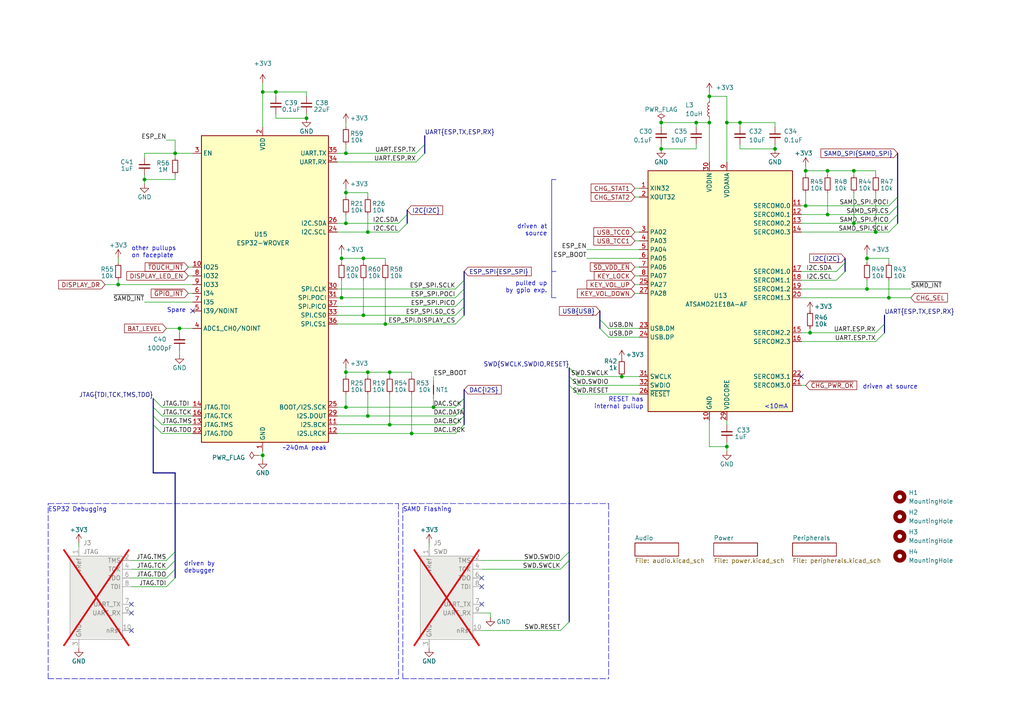
<source format=kicad_sch>
(kicad_sch (version 20230121) (generator eeschema)
  (paper "A4")
  (title_block (title "TANGARA") (date "2023-05-30") (rev "4") (company "made by jacqueline") (comment 1 "SPDX-License-Identifier: CERN-OHL-S-2.0"))
  (lib_symbols
    (symbol "Device:C_Small" (pin_numbers hide) (pin_names (offset 0.254) hide)
      (property "Reference" "C" (at 0.254 1.778 0))
      (property "Value" "C_Small" (at 0.254 -2.032 0))
      (symbol "C_Small_0_1"
        (polyline (pts (xy -1.524 -0.508) (xy 1.524 -0.508)) (stroke (width 0.3302)))
        (polyline (pts (xy -1.524 0.508) (xy 1.524 0.508)) (stroke (width 0.3048)))
      )
      (symbol "C_Small_1_1"
        (pin passive line (at 0 2.54 270) (length 2.032) (name "~") (number "1"))
        (pin passive line (at 0 -2.54 90) (length 2.032) (name "~") (number "2"))
      )
    )
    (symbol "Device:L_Small" (pin_numbers hide) (pin_names (offset 0.254) hide)
      (property "Reference" "L" (at 0.762 1.016 0))
      (property "Value" "L_Small" (at 0.762 -1.016 0))
      (symbol "L_Small_0_1"
        (arc (start 0 -2.032) (mid 0.5058 -1.524) (end 0 -1.016))
        (arc (start 0 -1.016) (mid 0.5058 -0.508) (end 0 0))
        (arc (start 0 0) (mid 0.5058 0.508) (end 0 1.016))
        (arc (start 0 1.016) (mid 0.5058 1.524) (end 0 2.032))
      )
      (symbol "L_Small_1_1"
        (pin passive line (at 0 2.54 270) (length 0.508) (name "~") (number "1"))
        (pin passive line (at 0 -2.54 90) (length 0.508) (name "~") (number "2"))
      )
    )
    (symbol "Device:NetTie_2" (pin_numbers hide) (pin_names (offset 0) hide)
      (property "Reference" "NT" (at 0 1.27 0))
      (property "Value" "NetTie_2" (at 0 -1.27 0))
      (symbol "NetTie_2_0_1"
        (polyline (pts (xy -1.27 0) (xy 1.27 0)) (stroke (width 0.254)))
      )
      (symbol "NetTie_2_1_1"
        (pin passive line (at -2.54 0 0) (length 2.54) (name "1") (number "1"))
        (pin passive line (at 2.54 0 180) (length 2.54) (name "2") (number "2"))
      )
    )
    (symbol "Device:R_Small" (pin_numbers hide) (pin_names (offset 0.254) hide)
      (property "Reference" "R" (at 0.762 0.508 0))
      (property "Value" "R_Small" (at 0.762 -1.016 0))
      (symbol "R_Small_0_1"
        (rectangle (start -0.762 1.778) (end 0.762 -1.778) (stroke (width 0.2032)))
      )
      (symbol "R_Small_1_1"
        (pin passive line (at 0 2.54 270) (length 0.762) (name "~") (number "1"))
        (pin passive line (at 0 -2.54 90) (length 0.762) (name "~") (number "2"))
      )
    )
    (symbol "Mechanical:MountingHole" (pin_names (offset 1.016))
      (property "Reference" "H" (at 0 5.08 0))
      (property "Value" "MountingHole" (at 0 3.175 0))
      (symbol "MountingHole_0_1"
        (circle (center 0 0) (radius 1.27) (stroke (width 1.27)))
      )
    )
    (symbol "power:+3V3" (power) (pin_names (offset 0))
      (property "Value" "+3V3" (at 0 3.556 0))
      (symbol "+3V3_0_1"
        (polyline (pts (xy -0.762 1.27) (xy 0 2.54)))
        (polyline (pts (xy 0 0) (xy 0 2.54)))
        (polyline (pts (xy 0 2.54) (xy 0.762 1.27)))
      )
      (symbol "+3V3_1_1"
        (pin power_in line (at 0 0 90) (length 0) hide (name "+3V3") (number "1"))
      )
    )
    (symbol "power:GND" (power) (pin_names (offset 0))
      (property "Value" "GND" (at 0 -3.81 0))
      (symbol "GND_0_1"
        (polyline (pts (xy 0 0) (xy 0 -1.27) (xy 1.27 -1.27) (xy 0 -2.54) (xy -1.27 -1.27) (xy 0 -1.27)))
      )
      (symbol "GND_1_1"
        (pin power_in line (at 0 0 270) (length 0) hide (name "GND") (number "1"))
      )
    )
    (symbol "power:PWR_FLAG" (power) (pin_numbers hide) (pin_names (offset 0) hide)
      (property "Value" "PWR_FLAG" (at 0 3.81 0))
      (symbol "PWR_FLAG_0_0"
        (pin power_out line (at 0 0 90) (length 0) (name "pwr") (number "1"))
      )
      (symbol "PWR_FLAG_0_1"
        (polyline (pts (xy 0 0) (xy 0 1.27) (xy -1.016 1.905) (xy 0 2.54) (xy 1.016 1.905) (xy 0 1.27)))
      )
    )
    (symbol "symbols:ATSAMD21E15A-A"
      (property "Reference" "U" (at 0 15.24 0))
      (property "Value" "ATSAMD21E15A-A" (at 0 10.16 0))
      (symbol "ATSAMD21E15A-A_1_1"
        (rectangle (start -20.32 45.72) (end 21.59 -24.13) (stroke (width 0.254)) (fill (type background)))
        (pin bidirectional line (at -22.86 40.64 0) (length 2.54) (name "XIN32") (number "1"))
        (pin power_in line (at -2.54 -26.67 90) (length 2.54) (name "GND") (number "10"))
        (pin bidirectional line (at 24.13 35.56 180) (length 2.54) (name "SERCOM0.0") (number "11"))
        (pin bidirectional line (at 24.13 33.02 180) (length 2.54) (name "SERCOM0.1") (number "12"))
        (pin bidirectional line (at 24.13 30.48 180) (length 2.54) (name "SERCOM0.2") (number "13"))
        (pin bidirectional line (at 24.13 27.94 180) (length 2.54) (name "SERCOM0.3") (number "14"))
        (pin bidirectional line (at 24.13 -1.27 180) (length 2.54) (name "SERCOM2.2") (number "15"))
        (pin bidirectional line (at 24.13 -3.81 180) (length 2.54) (name "SERCOM2.3") (number "16"))
        (pin bidirectional line (at 24.13 16.51 180) (length 2.54) (name "SERCOM1.0") (number "17"))
        (pin bidirectional line (at 24.13 13.97 180) (length 2.54) (name "SERCOM1.1") (number "18"))
        (pin bidirectional line (at 24.13 11.43 180) (length 2.54) (name "SERCOM1.2") (number "19"))
        (pin bidirectional line (at -22.86 38.1 0) (length 2.54) (name "XOUT32") (number "2"))
        (pin bidirectional line (at 24.13 8.89 180) (length 2.54) (name "SERCOM1.3") (number "20"))
        (pin bidirectional line (at 24.13 -16.51 180) (length 2.54) (name "SERCOM3.0") (number "21"))
        (pin bidirectional line (at 24.13 -13.97 180) (length 2.54) (name "SERCOM3.1") (number "22"))
        (pin bidirectional line (at -22.86 0 0) (length 2.54) (name "USB.DM") (number "23"))
        (pin bidirectional line (at -22.86 -2.54 0) (length 2.54) (name "USB.DP") (number "24"))
        (pin bidirectional line (at -22.86 12.7 0) (length 2.54) (name "PA27") (number "25"))
        (pin input line (at -22.86 -19.05 0) (length 2.54) (name "~{RESET}") (number "26"))
        (pin bidirectional line (at -22.86 10.16 0) (length 2.54) (name "PA28") (number "27"))
        (pin power_in line (at -2.54 -26.67 90) (length 2.54) hide (name "GND") (number "28"))
        (pin power_out line (at 2.54 -26.67 90) (length 2.54) (name "VDDCORE") (number "29"))
        (pin bidirectional line (at -22.86 27.94 0) (length 2.54) (name "PA02") (number "3"))
        (pin power_in line (at -2.54 48.26 270) (length 2.54) (name "VDDIN") (number "30"))
        (pin bidirectional line (at -22.86 -13.97 0) (length 2.54) (name "SWCLK") (number "31"))
        (pin bidirectional line (at -22.86 -16.51 0) (length 2.54) (name "SWDIO") (number "32"))
        (pin bidirectional line (at -22.86 25.4 0) (length 2.54) (name "PA03") (number "4"))
        (pin bidirectional line (at -22.86 22.86 0) (length 2.54) (name "PA04") (number "5"))
        (pin bidirectional line (at -22.86 20.32 0) (length 2.54) (name "PA05") (number "6"))
        (pin bidirectional line (at -22.86 17.78 0) (length 2.54) (name "PA06") (number "7"))
        (pin bidirectional line (at -22.86 15.24 0) (length 2.54) (name "PA07") (number "8"))
        (pin power_in line (at 2.54 48.26 270) (length 2.54) (name "VDDANA") (number "9"))
      )
    )
    (symbol "symbols:BMDU"
      (property "Reference" "U" (at -5.08 6.35 0))
      (property "Value" "BMDU" (at -5.08 6.35 0))
      (symbol "BMDU_0_0"
        (pin power_in line (at -5.08 20.32 270) (length 2.54) (name "vRef") (number "1"))
        (pin output line (at 10.16 -3.81 180) (length 2.54) (name "nRst") (number "10"))
        (pin output line (at 10.16 16.51 180) (length 2.54) (name "TMS") (number "2"))
        (pin power_in line (at -5.08 -8.89 90) (length 2.54) (name "GND") (number "3"))
        (pin output line (at 10.16 13.97 180) (length 2.54) (name "TCK") (number "4"))
        (pin power_in line (at -5.08 -8.89 90) (length 2.54) hide (name "GND") (number "5"))
        (pin output line (at 10.16 11.43 180) (length 2.54) (name "TDO") (number "6"))
        (pin output line (at 10.16 3.81 180) (length 2.54) (name "UART_TX") (number "7"))
        (pin input line (at 10.16 8.89 180) (length 2.54) (name "TDI") (number "8"))
        (pin input line (at 10.16 1.27 180) (length 2.54) (name "UART_RX") (number "9"))
      )
      (symbol "BMDU_0_1"
        (rectangle (start -7.62 17.78) (end 7.62 -6.35) (fill (type background)))
      )
    )
    (symbol "symbols:ESP32-WROOM"
      (property "Reference" "U" (at -17.78 34.29 0))
      (property "Value" "ESP32-WROOM" (at -3.81 34.29 0))
      (symbol "ESP32-WROOM_0_1"
        (rectangle (start -17.78 33.02) (end 19.05 -55.88) (stroke (width 0.254)) (fill (type background)))
      )
      (symbol "ESP32-WROOM_1_1"
        (pin power_in line (at 0 -58.42 90) (length 2.54) (name "GND") (number "1"))
        (pin bidirectional line (at -20.32 -5.08 0) (length 2.54) (name "IO25") (number "10"))
        (pin bidirectional line (at 21.59 -50.8 180) (length 2.54) (name "I2S.BCK") (number "11"))
        (pin bidirectional line (at 21.59 -53.34 180) (length 2.54) (name "I2S.LRCK") (number "12"))
        (pin bidirectional line (at -20.32 -50.8 0) (length 2.54) (name "JTAG.TMS") (number "13"))
        (pin bidirectional line (at -20.32 -45.72 0) (length 2.54) (name "JTAG.TDI") (number "14"))
        (pin power_in line (at 0 -58.42 90) (length 2.54) hide (name "GND") (number "15"))
        (pin bidirectional line (at -20.32 -48.26 0) (length 2.54) (name "JTAG.TCK") (number "16"))
        (pin no_connect line (at -17.78 16.51 0) (length 2.54) hide (name "SHD/SD2") (number "17"))
        (pin no_connect line (at -17.78 13.97 0) (length 2.54) hide (name "SWP/SD3") (number "18"))
        (pin no_connect line (at -17.78 8.89 0) (length 2.54) hide (name "SCS/CMD") (number "19"))
        (pin power_in line (at 0 35.56 270) (length 2.54) (name "VDD") (number "2"))
        (pin no_connect line (at -17.78 11.43 0) (length 2.54) hide (name "SCK/CLK") (number "20"))
        (pin no_connect line (at -17.78 21.59 0) (length 2.54) hide (name "SDO/SD0") (number "21"))
        (pin no_connect line (at -17.78 19.05 0) (length 2.54) hide (name "SDI/SD1") (number "22"))
        (pin bidirectional line (at -20.32 -53.34 0) (length 2.54) (name "JTAG.TDO") (number "23"))
        (pin bidirectional line (at 21.59 5.08 180) (length 2.54) (name "I2C.SCL") (number "24"))
        (pin bidirectional line (at 21.59 -45.72 180) (length 2.54) (name "BOOT/I2S.SCK") (number "25"))
        (pin bidirectional line (at 21.59 7.62 180) (length 2.54) (name "I2C.SDA") (number "26"))
        (pin no_connect line (at -17.78 6.35 0) (length 2.54) hide (name "IO16") (number "27"))
        (pin no_connect line (at -17.78 3.81 0) (length 2.54) hide (name "IO17") (number "28"))
        (pin bidirectional line (at 21.59 -48.26 180) (length 2.54) (name "I2S.DOUT") (number "29"))
        (pin input line (at -20.32 27.94 0) (length 2.54) (name "EN") (number "3"))
        (pin bidirectional line (at 21.59 -11.43 180) (length 2.54) (name "SPI.CLK") (number "30"))
        (pin bidirectional line (at 21.59 -13.97 180) (length 2.54) (name "SPI.POCI") (number "31"))
        (pin no_connect line (at -17.78 1.27 0) (length 2.54) hide (name "NC") (number "32"))
        (pin bidirectional line (at 21.59 -19.05 180) (length 2.54) (name "SPI.CS0") (number "33"))
        (pin bidirectional line (at 21.59 25.4 180) (length 2.54) (name "UART.RX") (number "34"))
        (pin bidirectional line (at 21.59 27.94 180) (length 2.54) (name "UART.TX") (number "35"))
        (pin bidirectional line (at 21.59 -21.59 180) (length 2.54) (name "SPI.CS1") (number "36"))
        (pin bidirectional line (at 21.59 -16.51 180) (length 2.54) (name "SPI.PICO") (number "37"))
        (pin power_in line (at 0 -58.42 90) (length 2.54) hide (name "GND") (number "38"))
        (pin power_in line (at 0 -58.42 90) (length 2.54) hide (name "GND") (number "39"))
        (pin input line (at -20.32 -22.86 0) (length 2.54) (name "ADC1_CH0/NOINT") (number "4"))
        (pin input line (at -20.32 -17.78 0) (length 2.54) (name "I39/NOINT") (number "5"))
        (pin input line (at -20.32 -12.7 0) (length 2.54) (name "I34") (number "6"))
        (pin input line (at -20.32 -15.24 0) (length 2.54) (name "I35") (number "7"))
        (pin bidirectional line (at -20.32 -7.62 0) (length 2.54) (name "IO32") (number "8"))
        (pin bidirectional line (at -20.32 -10.16 0) (length 2.54) (name "IO33") (number "9"))
      )
    )
  )
  (bus_alias "I2S" (members "SCK" "BCK" "LRCK" "DATA"))
  (bus_alias "I2C" (members "SDA" "SCL"))
  (bus_alias "USB" (members "DN" "DP"))
  (bus_alias "SAMD_SPI" (members "SCLK" "POCI" "PICO" "CS"))
  (bus_alias "ESP_SPI" (members "SCLK" "POCI" "PICO" "SD_CS" "DISPLAY_CS"))
  (junction (at 125.73 118.11))
  (junction (at 247.65 64.77))
  (junction (at 113.03 123.19))
  (junction (at 88.9 34.29))
  (junction (at 100.33 107.95))
  (junction (at 251.46 83.82))
  (junction (at 233.68 59.69))
  (junction (at 247.65 49.53))
  (junction (at 254 67.31))
  (junction (at 191.77 35.56))
  (junction (at 100.33 44.45))
  (junction (at 100.33 55.88))
  (junction (at 205.74 27.94))
  (junction (at 106.68 107.95))
  (junction (at 99.06 86.36))
  (junction (at 111.76 93.98))
  (junction (at 233.68 49.53))
  (junction (at 34.29 82.55))
  (junction (at 113.03 107.95))
  (junction (at 210.82 35.56))
  (junction (at 105.41 91.44))
  (junction (at 100.33 64.77))
  (junction (at 224.79 43.18))
  (junction (at 106.68 67.31))
  (junction (at 105.41 74.93))
  (junction (at 52.07 95.25))
  (junction (at 180.34 109.22))
  (junction (at 41.91 52.07))
  (junction (at 240.03 62.23))
  (junction (at 201.93 35.56))
  (junction (at 80.01 26.67))
  (junction (at 50.8 44.45))
  (junction (at 214.63 35.56))
  (junction (at 205.74 35.56))
  (junction (at 251.46 74.93))
  (junction (at 240.03 49.53))
  (junction (at 191.77 43.18))
  (junction (at 234.95 96.52))
  (junction (at 76.2 26.67))
  (junction (at 257.81 86.36))
  (junction (at 100.33 118.11))
  (junction (at 106.68 120.65))
  (junction (at 119.38 125.73))
  (junction (at 76.2 132.08))
  (junction (at 99.06 74.93))
  (junction (at 210.82 129.54))
  (no_connect (at 55.88 90.17))
  (no_connect (at 139.7 170.18))
  (no_connect (at 38.1 182.88))
  (no_connect (at 139.7 167.64))
  (no_connect (at 232.41 109.22))
  (no_connect (at 139.7 175.26))
  (no_connect (at 38.1 175.26))
  (no_connect (at 38.1 177.8))
  (bus_entry (at 134.62 115.57) (size -2.54 2.54))
  (bus_entry (at 165.1 106.68) (size 2.54 2.54))
  (bus_entry (at 165.1 109.22) (size 2.54 2.54))
  (bus_entry (at 165.1 111.76) (size 2.54 2.54))
  (bus_entry (at 44.45 123.19) (size 2.54 2.54))
  (bus_entry (at 44.45 115.57) (size 2.54 2.54))
  (bus_entry (at 44.45 118.11) (size 2.54 2.54))
  (bus_entry (at 44.45 120.65) (size 2.54 2.54))
  (bus_entry (at 257.81 64.77) (size 2.54 -2.54))
  (bus_entry (at 257.81 62.23) (size 2.54 -2.54))
  (bus_entry (at 257.81 59.69) (size 2.54 -2.54))
  (bus_entry (at 162.56 162.56) (size 2.54 -2.54))
  (bus_entry (at 132.08 86.36) (size 2.54 -2.54))
  (bus_entry (at 132.08 83.82) (size 2.54 -2.54))
  (bus_entry (at 132.08 88.9) (size 2.54 -2.54))
  (bus_entry (at 132.08 93.98) (size 2.54 -2.54))
  (bus_entry (at 132.08 91.44) (size 2.54 -2.54))
  (bus_entry (at 120.65 46.99) (size 2.54 -2.54))
  (bus_entry (at 120.65 44.45) (size 2.54 -2.54))
  (bus_entry (at 48.26 165.1) (size 2.54 -2.54))
  (bus_entry (at 48.26 167.64) (size 2.54 -2.54))
  (bus_entry (at 48.26 162.56) (size 2.54 -2.54))
  (bus_entry (at 48.26 170.18) (size 2.54 -2.54))
  (bus_entry (at 162.56 182.88) (size 2.54 -2.54))
  (bus_entry (at 242.57 78.74) (size 2.54 -2.54))
  (bus_entry (at 257.81 67.31) (size 2.54 -2.54))
  (bus_entry (at 132.08 120.65) (size 2.54 -2.54))
  (bus_entry (at 132.08 125.73) (size 2.54 -2.54))
  (bus_entry (at 132.08 123.19) (size 2.54 -2.54))
  (bus_entry (at 242.57 81.28) (size 2.54 -2.54))
  (bus_entry (at 115.57 64.77) (size 2.54 -2.54))
  (bus_entry (at 115.57 67.31) (size 2.54 -2.54))
  (bus_entry (at 254 96.52) (size 2.54 -2.54))
  (bus_entry (at 254 99.06) (size 2.54 -2.54))
  (bus_entry (at 162.56 165.1) (size 2.54 -2.54))
  (bus_entry (at 173.99 95.25) (size 2.54 2.54))
  (bus_entry (at 173.99 92.71) (size 2.54 2.54))
  (bus (pts (xy 44.45 115.57) (xy 44.45 118.11)))
  (wire (pts (xy 257.81 81.28) (xy 257.81 86.36)))
  (wire (pts (xy 205.74 119.38) (xy 205.74 129.54)))
  (wire (pts (xy 97.79 120.65) (xy 106.68 120.65)))
  (wire (pts (xy 205.74 129.54) (xy 210.82 129.54)))
  (wire (pts (xy 232.41 81.28) (xy 242.57 81.28)))
  (bus (pts (xy 260.35 62.23) (xy 260.35 64.77)))
  (wire (pts (xy 99.06 81.28) (xy 99.06 86.36)))
  (wire (pts (xy 97.79 125.73) (xy 119.38 125.73)))
  (wire (pts (xy 251.46 74.93) (xy 257.81 74.93)))
  (wire (pts (xy 50.8 50.8) (xy 50.8 52.07)))
  (wire (pts (xy 257.81 62.23) (xy 240.03 62.23)))
  (wire (pts (xy 214.63 43.18) (xy 214.63 41.91)))
  (wire (pts (xy 125.73 109.22) (xy 125.73 110.49)))
  (wire (pts (xy 100.33 106.68) (xy 100.33 107.95)))
  (wire (pts (xy 97.79 123.19) (xy 113.03 123.19)))
  (bus (pts (xy 134.62 115.57) (xy 134.62 118.11)))
  (wire (pts (xy 184.15 85.09) (xy 185.42 85.09)))
  (wire (pts (xy 100.33 107.95) (xy 106.68 107.95)))
  (wire (pts (xy 105.41 74.93) (xy 111.76 74.93)))
  (polyline (pts (xy 161.29 52.07) (xy 160.02 52.07)))
  (wire (pts (xy 48.26 95.25) (xy 52.07 95.25)))
  (wire (pts (xy 247.65 49.53) (xy 254 49.53)))
  (polyline (pts (xy 160.02 52.07) (xy 160.02 78.74)))
  (wire (pts (xy 111.76 74.93) (xy 111.76 76.2)))
  (wire (pts (xy 180.34 109.22) (xy 185.42 109.22)))
  (wire (pts (xy 30.48 82.55) (xy 34.29 82.55)))
  (polyline (pts (xy 176.53 146.05) (xy 176.53 196.85)) (stroke (width 0) (type dash)))
  (wire (pts (xy 99.06 86.36) (xy 132.08 86.36)))
  (wire (pts (xy 176.53 97.79) (xy 185.42 97.79)))
  (bus (pts (xy 50.8 160.02) (xy 50.8 162.56)))
  (wire (pts (xy 234.95 95.25) (xy 234.95 96.52)))
  (wire (pts (xy 224.79 35.56) (xy 224.79 36.83)))
  (wire (pts (xy 139.7 165.1) (xy 162.56 165.1)))
  (wire (pts (xy 97.79 83.82) (xy 132.08 83.82)))
  (wire (pts (xy 74.93 132.08) (xy 76.2 132.08)))
  (wire (pts (xy 167.64 109.22) (xy 180.34 109.22)))
  (wire (pts (xy 76.2 26.67) (xy 80.01 26.67)))
  (wire (pts (xy 52.07 96.52) (xy 52.07 95.25)))
  (bus (pts (xy 173.99 90.17) (xy 173.99 92.71)))
  (wire (pts (xy 41.91 52.07) (xy 50.8 52.07)))
  (wire (pts (xy 124.46 157.48) (xy 124.46 158.75)))
  (bus (pts (xy 134.62 118.11) (xy 134.62 120.65)))
  (bus (pts (xy 165.1 106.68) (xy 165.1 109.22)))
  (bus (pts (xy 123.19 41.91) (xy 123.19 44.45)))
  (wire (pts (xy 232.41 86.36) (xy 257.81 86.36)))
  (wire (pts (xy 201.93 35.56) (xy 191.77 35.56)))
  (wire (pts (xy 184.15 67.31) (xy 185.42 67.31)))
  (wire (pts (xy 41.91 50.8) (xy 41.91 52.07)))
  (wire (pts (xy 184.15 57.15) (xy 185.42 57.15)))
  (wire (pts (xy 125.73 115.57) (xy 125.73 118.11)))
  (wire (pts (xy 113.03 123.19) (xy 132.08 123.19)))
  (wire (pts (xy 251.46 74.93) (xy 251.46 76.2)))
  (polyline (pts (xy 116.84 146.05) (xy 176.53 146.05)) (stroke (width 0) (type dash)))
  (wire (pts (xy 48.26 40.64) (xy 50.8 40.64)))
  (wire (pts (xy 113.03 107.95) (xy 113.03 109.22)))
  (wire (pts (xy 176.53 95.25) (xy 185.42 95.25)))
  (wire (pts (xy 76.2 26.67) (xy 76.2 36.83)))
  (wire (pts (xy 105.41 81.28) (xy 105.41 91.44)))
  (wire (pts (xy 184.15 54.61) (xy 185.42 54.61)))
  (wire (pts (xy 142.24 179.07) (xy 142.24 177.8)))
  (wire (pts (xy 100.33 114.3) (xy 100.33 118.11)))
  (wire (pts (xy 247.65 55.88) (xy 247.65 64.77)))
  (wire (pts (xy 240.03 50.8) (xy 240.03 49.53)))
  (wire (pts (xy 184.15 77.47) (xy 185.42 77.47)))
  (wire (pts (xy 184.15 80.01) (xy 185.42 80.01)))
  (wire (pts (xy 210.82 35.56) (xy 210.82 46.99)))
  (wire (pts (xy 257.81 86.36) (xy 264.16 86.36)))
  (wire (pts (xy 100.33 107.95) (xy 100.33 109.22)))
  (wire (pts (xy 46.99 120.65) (xy 55.88 120.65)))
  (wire (pts (xy 232.41 83.82) (xy 251.46 83.82)))
  (bus (pts (xy 245.11 76.2) (xy 245.11 78.74)))
  (wire (pts (xy 233.68 55.88) (xy 233.68 59.69)))
  (wire (pts (xy 232.41 78.74) (xy 242.57 78.74)))
  (polyline (pts (xy 160.02 78.74) (xy 160.02 86.36)))
  (wire (pts (xy 257.81 59.69) (xy 233.68 59.69)))
  (wire (pts (xy 113.03 114.3) (xy 113.03 123.19)))
  (wire (pts (xy 22.86 157.48) (xy 22.86 158.75)))
  (wire (pts (xy 80.01 26.67) (xy 88.9 26.67)))
  (wire (pts (xy 139.7 182.88) (xy 162.56 182.88)))
  (wire (pts (xy 76.2 24.13) (xy 76.2 26.67)))
  (wire (pts (xy 106.68 107.95) (xy 113.03 107.95)))
  (bus (pts (xy 165.1 109.22) (xy 165.1 111.76)))
  (bus (pts (xy 165.1 162.56) (xy 165.1 180.34)))
  (wire (pts (xy 46.99 118.11) (xy 55.88 118.11)))
  (wire (pts (xy 34.29 74.93) (xy 34.29 76.2)))
  (polyline (pts (xy 13.97 196.85) (xy 13.97 146.05)) (stroke (width 0) (type dash)))
  (wire (pts (xy 99.06 74.93) (xy 105.41 74.93)))
  (polyline (pts (xy 160.02 78.74) (xy 161.29 78.74)))
  (wire (pts (xy 46.99 123.19) (xy 55.88 123.19)))
  (wire (pts (xy 201.93 35.56) (xy 201.93 36.83)))
  (wire (pts (xy 80.01 33.02) (xy 80.01 34.29)))
  (wire (pts (xy 247.65 64.77) (xy 257.81 64.77)))
  (wire (pts (xy 80.01 34.29) (xy 88.9 34.29)))
  (wire (pts (xy 184.15 82.55) (xy 185.42 82.55)))
  (wire (pts (xy 119.38 107.95) (xy 119.38 109.22)))
  (wire (pts (xy 247.65 50.8) (xy 247.65 49.53)))
  (wire (pts (xy 88.9 26.67) (xy 88.9 27.94)))
  (wire (pts (xy 191.77 35.56) (xy 191.77 36.83)))
  (bus (pts (xy 134.62 88.9) (xy 134.62 86.36)))
  (wire (pts (xy 97.79 67.31) (xy 106.68 67.31)))
  (wire (pts (xy 119.38 125.73) (xy 132.08 125.73)))
  (wire (pts (xy 232.41 96.52) (xy 234.95 96.52)))
  (wire (pts (xy 100.33 62.23) (xy 100.33 64.77)))
  (wire (pts (xy 214.63 43.18) (xy 224.79 43.18)))
  (bus (pts (xy 134.62 120.65) (xy 134.62 123.19)))
  (wire (pts (xy 167.64 111.76) (xy 185.42 111.76)))
  (bus (pts (xy 165.1 111.76) (xy 165.1 160.02)))
  (polyline (pts (xy 160.02 86.36) (xy 161.29 86.36)))
  (wire (pts (xy 170.18 72.39) (xy 185.42 72.39)))
  (wire (pts (xy 38.1 165.1) (xy 48.26 165.1)))
  (bus (pts (xy 44.45 120.65) (xy 44.45 123.19)))
  (wire (pts (xy 46.99 125.73) (xy 55.88 125.73)))
  (wire (pts (xy 100.33 41.91) (xy 100.33 44.45)))
  (wire (pts (xy 106.68 120.65) (xy 132.08 120.65)))
  (wire (pts (xy 111.76 81.28) (xy 111.76 93.98)))
  (wire (pts (xy 254 55.88) (xy 254 67.31)))
  (wire (pts (xy 254 49.53) (xy 254 50.8)))
  (wire (pts (xy 97.79 64.77) (xy 100.33 64.77)))
  (wire (pts (xy 210.82 27.94) (xy 210.82 35.56)))
  (wire (pts (xy 97.79 88.9) (xy 132.08 88.9)))
  (bus (pts (xy 173.99 92.71) (xy 173.99 95.25)))
  (wire (pts (xy 233.68 48.26) (xy 233.68 49.53)))
  (polyline (pts (xy 116.84 196.85) (xy 116.84 146.05)) (stroke (width 0) (type dash)))
  (wire (pts (xy 167.64 114.3) (xy 185.42 114.3)))
  (wire (pts (xy 38.1 167.64) (xy 48.26 167.64)))
  (wire (pts (xy 99.06 74.93) (xy 99.06 76.2)))
  (wire (pts (xy 210.82 128.27) (xy 210.82 129.54)))
  (wire (pts (xy 38.1 170.18) (xy 48.26 170.18)))
  (wire (pts (xy 233.68 59.69) (xy 232.41 59.69)))
  (bus (pts (xy 44.45 137.16) (xy 50.8 137.16)))
  (wire (pts (xy 232.41 62.23) (xy 240.03 62.23)))
  (wire (pts (xy 100.33 35.56) (xy 100.33 36.83)))
  (polyline (pts (xy 116.84 196.85) (xy 176.53 196.85)) (stroke (width 0) (type dash)))
  (wire (pts (xy 139.7 162.56) (xy 162.56 162.56)))
  (wire (pts (xy 54.61 77.47) (xy 55.88 77.47)))
  (wire (pts (xy 105.41 91.44) (xy 132.08 91.44)))
  (wire (pts (xy 232.41 67.31) (xy 254 67.31)))
  (wire (pts (xy 97.79 44.45) (xy 100.33 44.45)))
  (wire (pts (xy 100.33 64.77) (xy 115.57 64.77)))
  (wire (pts (xy 224.79 41.91) (xy 224.79 43.18)))
  (wire (pts (xy 205.74 27.94) (xy 210.82 27.94)))
  (wire (pts (xy 251.46 73.66) (xy 251.46 74.93)))
  (wire (pts (xy 240.03 55.88) (xy 240.03 62.23)))
  (wire (pts (xy 76.2 132.08) (xy 76.2 130.81)))
  (wire (pts (xy 205.74 26.67) (xy 205.74 27.94)))
  (wire (pts (xy 76.2 133.35) (xy 76.2 132.08)))
  (wire (pts (xy 38.1 162.56) (xy 48.26 162.56)))
  (wire (pts (xy 232.41 64.77) (xy 247.65 64.77)))
  (wire (pts (xy 232.41 99.06) (xy 254 99.06)))
  (bus (pts (xy 134.62 78.74) (xy 134.62 81.28)))
  (wire (pts (xy 41.91 52.07) (xy 41.91 53.34)))
  (wire (pts (xy 191.77 41.91) (xy 191.77 43.18)))
  (bus (pts (xy 134.62 91.44) (xy 134.62 88.9)))
  (bus (pts (xy 134.62 86.36) (xy 134.62 83.82)))
  (wire (pts (xy 240.03 49.53) (xy 247.65 49.53)))
  (bus (pts (xy 118.11 62.23) (xy 118.11 64.77)))
  (wire (pts (xy 41.91 44.45) (xy 50.8 44.45)))
  (bus (pts (xy 123.19 39.37) (xy 123.19 41.91)))
  (wire (pts (xy 113.03 107.95) (xy 119.38 107.95)))
  (wire (pts (xy 233.68 50.8) (xy 233.68 49.53)))
  (wire (pts (xy 34.29 81.28) (xy 34.29 82.55)))
  (wire (pts (xy 105.41 74.93) (xy 105.41 76.2)))
  (wire (pts (xy 100.33 44.45) (xy 120.65 44.45)))
  (wire (pts (xy 251.46 83.82) (xy 264.16 83.82)))
  (wire (pts (xy 100.33 57.15) (xy 100.33 55.88)))
  (wire (pts (xy 111.76 93.98) (xy 132.08 93.98)))
  (wire (pts (xy 170.18 74.93) (xy 185.42 74.93)))
  (wire (pts (xy 41.91 45.72) (xy 41.91 44.45)))
  (polyline (pts (xy 13.97 146.05) (xy 115.57 146.05)) (stroke (width 0) (type dash)))
  (wire (pts (xy 34.29 82.55) (xy 55.88 82.55)))
  (bus (pts (xy 134.62 83.82) (xy 134.62 81.28)))
  (wire (pts (xy 106.68 62.23) (xy 106.68 67.31)))
  (wire (pts (xy 54.61 80.01) (xy 55.88 80.01)))
  (wire (pts (xy 205.74 35.56) (xy 205.74 46.99)))
  (wire (pts (xy 210.82 35.56) (xy 214.63 35.56)))
  (bus (pts (xy 256.54 93.98) (xy 256.54 96.52)))
  (bus (pts (xy 50.8 137.16) (xy 50.8 160.02)))
  (wire (pts (xy 97.79 93.98) (xy 111.76 93.98)))
  (bus (pts (xy 50.8 162.56) (xy 50.8 165.1)))
  (wire (pts (xy 106.68 114.3) (xy 106.68 120.65)))
  (wire (pts (xy 100.33 54.61) (xy 100.33 55.88)))
  (wire (pts (xy 214.63 35.56) (xy 224.79 35.56)))
  (wire (pts (xy 257.81 74.93) (xy 257.81 76.2)))
  (wire (pts (xy 100.33 55.88) (xy 106.68 55.88)))
  (wire (pts (xy 52.07 95.25) (xy 55.88 95.25)))
  (bus (pts (xy 118.11 60.96) (xy 118.11 62.23)))
  (wire (pts (xy 119.38 114.3) (xy 119.38 125.73)))
  (wire (pts (xy 205.74 27.94) (xy 205.74 29.21)))
  (bus (pts (xy 260.35 57.15) (xy 260.35 59.69)))
  (wire (pts (xy 201.93 43.18) (xy 201.93 41.91)))
  (bus (pts (xy 44.45 118.11) (xy 44.45 120.65)))
  (wire (pts (xy 106.68 67.31) (xy 115.57 67.31)))
  (wire (pts (xy 80.01 26.67) (xy 80.01 27.94)))
  (bus (pts (xy 134.62 113.03) (xy 134.62 115.57)))
  (wire (pts (xy 50.8 44.45) (xy 55.88 44.45)))
  (bus (pts (xy 260.35 59.69) (xy 260.35 62.23)))
  (bus (pts (xy 44.45 123.19) (xy 44.45 137.16)))
  (wire (pts (xy 125.73 118.11) (xy 132.08 118.11)))
  (wire (pts (xy 205.74 35.56) (xy 201.93 35.56)))
  (wire (pts (xy 210.82 123.19) (xy 210.82 121.92)))
  (wire (pts (xy 88.9 34.29) (xy 88.9 33.02)))
  (wire (pts (xy 251.46 81.28) (xy 251.46 83.82)))
  (wire (pts (xy 50.8 45.72) (xy 50.8 44.45)))
  (wire (pts (xy 210.82 129.54) (xy 210.82 130.81)))
  (wire (pts (xy 97.79 46.99) (xy 120.65 46.99)))
  (wire (pts (xy 100.33 118.11) (xy 125.73 118.11)))
  (wire (pts (xy 214.63 35.56) (xy 214.63 36.83)))
  (bus (pts (xy 245.11 74.93) (xy 245.11 76.2)))
  (wire (pts (xy 233.68 49.53) (xy 240.03 49.53)))
  (polyline (pts (xy 13.97 196.85) (xy 115.57 196.85)) (stroke (width 0) (type dash)))
  (wire (pts (xy 97.79 91.44) (xy 105.41 91.44)))
  (wire (pts (xy 254 67.31) (xy 257.81 67.31)))
  (wire (pts (xy 106.68 107.95) (xy 106.68 109.22)))
  (wire (pts (xy 54.61 85.09) (xy 55.88 85.09)))
  (wire (pts (xy 201.93 43.18) (xy 191.77 43.18)))
  (wire (pts (xy 97.79 118.11) (xy 100.33 118.11)))
  (wire (pts (xy 52.07 102.87) (xy 52.07 101.6)))
  (polyline (pts (xy 115.57 146.05) (xy 115.57 196.85)) (stroke (width 0) (type dash)))
  (wire (pts (xy 97.79 86.36) (xy 99.06 86.36)))
  (wire (pts (xy 142.24 177.8) (xy 139.7 177.8)))
  (bus (pts (xy 165.1 160.02) (xy 165.1 162.56)))
  (wire (pts (xy 41.91 87.63) (xy 55.88 87.63)))
  (wire (pts (xy 205.74 34.29) (xy 205.74 35.56)))
  (wire (pts (xy 184.15 69.85) (xy 185.42 69.85)))
  (bus (pts (xy 260.35 44.45) (xy 260.35 57.15)))
  (wire (pts (xy 234.95 96.52) (xy 254 96.52)))
  (wire (pts (xy 99.06 73.66) (xy 99.06 74.93)))
  (wire (pts (xy 233.68 111.76) (xy 232.41 111.76)))
  (bus (pts (xy 50.8 165.1) (xy 50.8 167.64)))
  (wire (pts (xy 50.8 44.45) (xy 50.8 40.64)))
  (wire (pts (xy 106.68 55.88) (xy 106.68 57.15)))
  (bus (pts (xy 256.54 91.44) (xy 256.54 93.98)))
  (text "<10mA" (at 221.615 118.745 0) (effects (font (size 1.27 1.27)) (justify left bottom)))
  (text "driven by\ndebugger" (at 53.34 166.37 0) (effects (font (size 1.27 1.27)) (justify left bottom)))
  (text "~240mA peak" (at 81.915 130.81 0) (effects (font (size 1.27 1.27)) (justify left bottom)))
  (text "Spare" (at 53.975 90.805 0) (effects (font (size 1.27 1.27)) (justify right bottom)))
  (text "RESET has\ninternal pullup" (at 186.69 118.745 0) (effects (font (size 1.27 1.27)) (justify right bottom)))
  (text "SAMD Flashing" (at 116.84 148.59 0) (effects (font (size 1.27 1.27)) (justify left bottom)))
  (text "driven at\nsource" (at 158.75 68.58 0) (effects (font (size 1.27 1.27)) (justify right bottom)))
  (text "ESP32 Debugging" (at 13.97 148.59 0) (effects (font (size 1.27 1.27)) (justify left bottom)))
  (text "other pullups\non faceplate" (at 38.1 74.93 0) (effects (font (size 1.27 1.27)) (justify left bottom)))
  (text "driven at source" (at 250.19 113.03 0) (effects (font (size 1.27 1.27)) (justify left bottom)))
  (text "pulled up\nby gpio exp." (at 158.75 85.09 0) (effects (font (size 1.27 1.27)) (justify right bottom)))
  (label "~{SAMD_INT}" (at 264.16 83.82 0))
  (label "UART.ESP.TX" (at 120.65 44.45 180))
  (label "DAC.BCK" (at 125.73 123.19 0))
  (label "JTAG.TCK" (at 48.26 165.1 180))
  (label "UART{ESP.TX,ESP.RX}" (at 256.54 91.44 0))
  (label "ESP_BOOT" (at 170.18 74.93 180))
  (label "ESP_SPI.DISPLAY_CS" (at 132.08 93.98 180))
  (label "SAMD_SPI.SCLK" (at 257.81 67.31 180))
  (label "I2C.SCL" (at 241.3 81.28 180))
  (label "DAC.SCK" (at 125.73 118.11 0))
  (label "I2C.SDA" (at 115.57 64.77 180))
  (label "SWD.SWCLK" (at 176.53 109.22 180))
  (label "ESP_SPI.SCLK" (at 132.08 83.82 180))
  (label "JTAG.TDO" (at 48.26 167.64 180))
  (label "JTAG.TCK" (at 46.99 120.65 0))
  (label "SAMD_SPI.PICO" (at 257.81 64.77 180))
  (label "SWD.RESET" (at 176.53 114.3 180))
  (label "SWD{SWCLK,SWDIO,RESET}" (at 165.1 106.68 180))
  (label "SWD.SWDIO" (at 176.53 111.76 180))
  (label "SWD.RESET" (at 162.56 182.88 180))
  (label "JTAG.TDO" (at 46.99 125.73 0))
  (label "I2C.SCL" (at 115.57 67.31 180))
  (label "ESP_SPI.POCI" (at 132.08 86.36 180))
  (label "SAMD_SPI.CS" (at 257.81 62.23 180))
  (label "UART{ESP.TX,ESP.RX}" (at 123.19 39.37 0))
  (label "ESP_EN" (at 170.18 72.39 180))
  (label "~{SAMD_INT}" (at 41.91 87.63 180))
  (label "JTAG{TDI,TCK,TMS,TDO}" (at 44.45 115.57 180))
  (label "ESP_SPI.PICO" (at 132.08 88.9 180))
  (label "DAC.DATA" (at 125.73 120.65 0))
  (label "UART.ESP.RX" (at 120.65 46.99 180))
  (label "JTAG.TDI" (at 48.26 170.18 180))
  (label "UART.ESP.TX" (at 254 99.06 180))
  (label "SWD.SWCLK" (at 162.56 165.1 180))
  (label "SWD.SWDIO" (at 162.56 162.56 180))
  (label "UART.ESP.RX" (at 254 96.52 180))
  (label "SAMD_SPI.POCI" (at 257.81 59.69 180))
  (label "USB.DN" (at 176.53 95.25 0))
  (label "USB.DP" (at 176.53 97.79 0))
  (label "ESP_EN" (at 48.26 40.64 180))
  (label "JTAG.TDI" (at 46.99 118.11 0))
  (label "JTAG.TMS" (at 48.26 162.56 180))
  (label "I2C.SDA" (at 241.3 78.74 180))
  (label "ESP_BOOT" (at 125.73 109.22 0))
  (label "JTAG.TMS" (at 46.99 123.19 0))
  (label "DAC.LRCK" (at 125.73 125.73 0))
  (label "ESP_SPI.SD_CS" (at 132.08 91.44 180))
  (global_label "~{GPIO_INT}" (shape input) (at 54.61 85.09 180) (property "Intersheetrefs" "${INTERSHEET_REFS}" (effects hide)))
  (global_label "BAT_LEVEL" (shape input) (at 48.26 95.25 180) (property "Intersheetrefs" "${INTERSHEET_REFS}" (effects hide)))
  (global_label "KEY_VOL_DOWN" (shape input) (at 184.15 85.09 180) (property "Intersheetrefs" "${INTERSHEET_REFS}" (effects hide)))
  (global_label "SAMD_SPI{SAMD_SPI}" (shape input) (at 260.35 44.45 180) (property "Intersheetrefs" "${INTERSHEET_REFS}" (effects hide)))
  (global_label "USB{USB}" (shape input) (at 173.99 90.17 180) (property "Intersheetrefs" "${INTERSHEET_REFS}" (effects hide)))
  (global_label "DISPLAY_LED_EN" (shape input) (at 54.61 80.01 180) (property "Intersheetrefs" "${INTERSHEET_REFS}" (effects hide)))
  (global_label "~{SD_VDD_EN}" (shape input) (at 184.15 77.47 180) (property "Intersheetrefs" "${INTERSHEET_REFS}" (effects hide)))
  (global_label "USB_TCC1" (shape input) (at 184.15 69.85 180) (property "Intersheetrefs" "${INTERSHEET_REFS}" (effects hide)))
  (global_label "I2C{I2C}" (shape input) (at 118.11 60.96 0) (property "Intersheetrefs" "${INTERSHEET_REFS}" (effects hide)))
  (global_label "KEY_VOL_UP" (shape input) (at 184.15 82.55 180) (property "Intersheetrefs" "${INTERSHEET_REFS}" (effects hide)))
  (global_label "DISPLAY_DR" (shape input) (at 30.48 82.55 180) (property "Intersheetrefs" "${INTERSHEET_REFS}" (effects hide)))
  (global_label "DAC{I2S}" (shape input) (at 134.62 113.03 0) (property "Intersheetrefs" "${INTERSHEET_REFS}" (effects hide)))
  (global_label "I2C{I2C}" (shape input) (at 245.11 74.93 180) (property "Intersheetrefs" "${INTERSHEET_REFS}" (effects hide)))
  (global_label "~{TOUCH_INT}" (shape input) (at 54.61 77.47 180) (property "Intersheetrefs" "${INTERSHEET_REFS}" (effects hide)))
  (global_label "USB_TCC0" (shape input) (at 184.15 67.31 180) (property "Intersheetrefs" "${INTERSHEET_REFS}" (effects hide)))
  (global_label "KEY_LOCK" (shape input) (at 184.15 80.01 180) (property "Intersheetrefs" "${INTERSHEET_REFS}" (effects hide)))
  (global_label "ESP_SPI{ESP_SPI}" (shape input) (at 134.62 78.74 0) (property "Intersheetrefs" "${INTERSHEET_REFS}" (effects hide)))
  (global_label "~{CHG_PWR_OK}" (shape input) (at 233.68 111.76 0) (property "Intersheetrefs" "${INTERSHEET_REFS}" (effects hide)))
  (global_label "CHG_STAT1" (shape input) (at 184.15 54.61 180) (property "Intersheetrefs" "${INTERSHEET_REFS}" (effects hide)))
  (global_label "CHG_SEL" (shape input) (at 264.16 86.36 0) (property "Intersheetrefs" "${INTERSHEET_REFS}" (effects hide)))
  (global_label "CHG_STAT2" (shape input) (at 184.15 57.15 180) (property "Intersheetrefs" "${INTERSHEET_REFS}" (effects hide)))
  (symbol (lib_id "Device:R_Small") (at 100.33 59.69 0) (unit 1)
    (property "Reference" "R21" (at 103.505 59.055 0))
    (property "Value" "10k" (at 103.505 60.96 0))
    (property "Footprint" "Resistor_SMD:R_0603_1608Metric" (effects hide))
    (property "MPN" "AC0603JR-0710KL" (effects hide))
  )
  (symbol (lib_id "Device:NetTie_2") (at 125.73 113.03 90) (unit 1)
    (property "Reference" "NT1" (at 126.365 113.03 90) (effects (justify right)))
    (property "Value" "NetTie_2" (effects hide))
    (property "Footprint" "NetTie:NetTie-2_SMD_Pad0.5mm" (effects hide))
  )
  (symbol (lib_id "power:PWR_FLAG") (at 74.93 132.08 90) (unit 1)
    (property "Reference" "#FLG0102" (effects hide))
    (property "Value" "PWR_FLAG" (at 71.12 132.715 90) (effects (justify left)))
  )
  (symbol (lib_id "power:+3V3") (at 22.86 157.48 0) (unit 1)
    (property "Reference" "#PWR0101" (effects hide))
    (property "Value" "+3V3" (at 22.86 153.67 0))
  )
  (symbol (lib_id "Device:R_Small") (at 240.03 53.34 0) (unit 1)
    (property "Reference" "R48" (at 243.84 52.705 0))
    (property "Value" "10k" (at 243.84 54.61 0))
    (property "Footprint" "Resistor_SMD:R_0603_1608Metric" (effects hide))
    (property "MPN" "AC0603JR-0710KL" (effects hide))
  )
  (symbol (lib_id "Mechanical:MountingHole") (at 260.985 161.29 0) (unit 1) (in_bom no)
    (property "Reference" "H4" (at 263.525 160.0199 0) (effects (justify left)))
    (property "Value" "MountingHole" (at 263.525 162.5599 0) (effects (justify left)))
    (property "Footprint" "MountingHole:MountingHole_2.2mm_M2" (effects hide))
  )
  (symbol (lib_id "power:+3V3") (at 124.46 157.48 0) (unit 1)
    (property "Reference" "#PWR0115" (effects hide))
    (property "Value" "+3V3" (at 124.46 153.67 0))
  )
  (symbol (lib_id "symbols:ESP32-WROOM") (at 76.2 72.39 0) (unit 1)
    (property "Reference" "U15" (at 73.66 67.945 0) (effects (justify left)))
    (property "Value" "ESP32-WROVER" (at 68.58 70.485 0) (effects (justify left)))
    (property "Footprint" "footprints:ESP32-WROVER" (effects hide))
    (property "Datasheet" "https://www.espressif.com/sites/default/files/documentation/esp32-wroom-32d_esp32-wroom-32u_datasheet_en.pdf" (effects hide))
    (property "MPN" "ESP32-WROVER-IE-N16R8" (effects hide))
  )
  (symbol (lib_id "Device:C_Small") (at 88.9 30.48 0) (unit 1)
    (property "Reference" "C38" (at 93.345 29.845 0))
    (property "Value" "22uF" (at 93.345 31.75 0))
    (property "Footprint" "Capacitor_SMD:C_0805_2012Metric" (effects hide))
    (property "MPN" "EMK212BBJ226MG-T " (effects hide))
  )
  (symbol (lib_id "power:+3V3") (at 76.2 24.13 0) (unit 1)
    (property "Reference" "#PWR0108" (effects hide))
    (property "Value" "+3V3" (at 76.2 18.415 0))
  )
  (symbol (lib_id "power:GND") (at 210.82 130.81 0) (unit 1)
    (property "Reference" "#PWR0121" (effects hide))
    (property "Value" "GND" (at 210.82 134.62 0))
  )
  (symbol (lib_id "Device:R_Small") (at 106.68 111.76 0) (unit 1)
    (property "Reference" "R19" (at 109.855 111.125 0))
    (property "Value" "10k" (at 109.855 113.03 0))
    (property "Footprint" "Resistor_SMD:R_0603_1608Metric" (effects hide))
    (property "MPN" "AC0603JR-0710KL" (effects hide))
  )
  (symbol (lib_id "Device:C_Small") (at 41.91 48.26 0) (unit 1)
    (property "Reference" "C41" (at 36.83 46.99 0))
    (property "Value" "1uF" (at 36.83 48.895 0))
    (property "Footprint" "Capacitor_SMD:C_0805_2012Metric" (effects hide))
    (property "MPN" "EMK212BJ105KG-T" (effects hide))
  )
  (symbol (lib_id "power:GND") (at 22.86 187.96 0) (unit 1)
    (property "Reference" "#PWR0102" (effects hide))
    (property "Value" "GND" (at 22.86 191.77 0))
  )
  (symbol (lib_id "power:GND") (at 76.2 133.35 0) (unit 1)
    (property "Reference" "#PWR0109" (effects hide))
    (property "Value" "GND" (at 76.2 137.16 0))
  )
  (symbol (lib_id "power:+3V3") (at 234.95 90.17 0) (unit 1)
    (property "Reference" "#PWR0124" (effects hide))
    (property "Value" "+3V3" (at 238.76 88.9 0))
  )
  (symbol (lib_id "Device:R_Small") (at 99.06 78.74 0) (unit 1)
    (property "Reference" "R20" (at 102.235 78.105 0))
    (property "Value" "10k" (at 102.235 80.01 0))
    (property "Footprint" "Resistor_SMD:R_0603_1608Metric" (effects hide))
    (property "MPN" "AC0603JR-0710KL" (effects hide))
  )
  (symbol (lib_id "Device:C_Small") (at 201.93 39.37 0) (mirror x) (unit 1)
    (property "Reference" "C35" (at 199.39 38.1 0) (effects (justify right)))
    (property "Value" "10uF" (at 199.39 40.64 0) (effects (justify right)))
    (property "Footprint" "Capacitor_SMD:C_0805_2012Metric" (effects hide))
    (property "MPN" "EMK212ABJ106KG-T" (effects hide))
  )
  (symbol (lib_id "Device:C_Small") (at 224.79 39.37 0) (unit 1)
    (property "Reference" "C34" (at 227.33 38.1062 0) (effects (justify left)))
    (property "Value" "0.1uF" (at 227.33 40.6462 0) (effects (justify left)))
    (property "Footprint" "Capacitor_SMD:C_0805_2012Metric" (effects hide))
    (property "MPN" "0805YD104KAT2A" (effects hide))
  )
  (symbol (lib_id "power:GND") (at 191.77 43.18 0) (mirror y) (unit 1)
    (property "Reference" "#PWR0119" (effects hide))
    (property "Value" "GND" (at 191.77 46.99 0))
  )
  (symbol (lib_id "power:+3V3") (at 233.68 48.26 0) (mirror y) (unit 1)
    (property "Reference" "#PWR0123" (effects hide))
    (property "Value" "+3V3" (at 233.045 44.45 0))
  )
  (symbol (lib_id "power:GND") (at 52.07 102.87 0) (unit 1)
    (property "Reference" "#PWR0105" (effects hide))
    (property "Value" "GND" (at 52.07 106.68 0))
  )
  (symbol (lib_id "Device:C_Small") (at 191.77 39.37 0) (mirror y) (unit 1)
    (property "Reference" "C30" (at 189.23 38.1062 0) (effects (justify left)))
    (property "Value" "0.1uF" (at 189.23 40.6462 0) (effects (justify left)))
    (property "Footprint" "Capacitor_SMD:C_0805_2012Metric" (effects hide))
    (property "MPN" "0805YD104KAT2A" (effects hide))
  )
  (symbol (lib_id "power:+3V3") (at 251.46 73.66 0) (mirror y) (unit 1)
    (property "Reference" "#PWR0125" (effects hide))
    (property "Value" "+3V3" (at 255.27 72.39 0))
  )
  (symbol (lib_id "power:GND") (at 124.46 187.96 0) (unit 1)
    (property "Reference" "#PWR0116" (effects hide))
    (property "Value" "GND" (at 124.46 191.77 0))
  )
  (symbol (lib_id "power:+3V3") (at 99.06 73.66 0) (unit 1)
    (property "Reference" "#PWR0113" (effects hide))
    (property "Value" "+3V3" (at 102.87 72.39 0))
  )
  (symbol (lib_id "Device:C_Small") (at 80.01 30.48 0) (unit 1)
    (property "Reference" "C39" (at 84.455 29.845 0))
    (property "Value" "0.1uF" (at 84.455 31.75 0))
    (property "Footprint" "Capacitor_SMD:C_0805_2012Metric" (effects hide))
    (property "MPN" "0805YD104KAT2A" (effects hide))
  )
  (symbol (lib_id "Device:C_Small") (at 214.63 39.37 180) (unit 1)
    (property "Reference" "C32" (at 217.17 38.1 0) (effects (justify right)))
    (property "Value" "10uF" (at 217.17 40.64 0) (effects (justify right)))
    (property "Footprint" "Capacitor_SMD:C_0805_2012Metric" (effects hide))
    (property "MPN" "EMK212ABJ106KG-T" (effects hide))
  )
  (symbol (lib_id "power:+3V3") (at 100.33 54.61 0) (unit 1)
    (property "Reference" "#PWR0112" (effects hide))
    (property "Value" "+3V3" (at 104.14 53.34 0))
  )
  (symbol (lib_id "Device:R_Small") (at 111.76 78.74 0) (unit 1)
    (property "Reference" "R58" (at 114.935 78.105 0))
    (property "Value" "10k" (at 114.935 80.01 0))
    (property "Footprint" "Resistor_SMD:R_0603_1608Metric" (effects hide))
    (property "MPN" "AC0603JR-0710KL" (effects hide))
  )
  (symbol (lib_id "Device:R_Small") (at 119.38 111.76 0) (unit 1)
    (property "Reference" "R53" (at 122.555 111.125 0))
    (property "Value" "10k" (at 123.19 113.03 0))
    (property "Footprint" "Resistor_SMD:R_0603_1608Metric" (effects hide))
    (property "MPN" "AC0603JR-0710KL" (effects hide))
  )
  (symbol (lib_id "Device:R_Small") (at 247.65 53.34 0) (unit 1)
    (property "Reference" "R44" (at 250.825 52.705 0))
    (property "Value" "10k" (at 250.825 54.61 0))
    (property "Footprint" "Resistor_SMD:R_0603_1608Metric" (effects hide))
    (property "MPN" "AC0603JR-0710KL" (effects hide))
  )
  (symbol (lib_id "power:GND") (at 224.79 43.18 0) (unit 1)
    (property "Reference" "#PWR0122" (effects hide))
    (property "Value" "GND" (at 224.79 46.99 0))
  )
  (symbol (lib_id "Device:L_Small") (at 205.74 31.75 0) (mirror y) (unit 1)
    (property "Reference" "L3" (at 198.755 30.48 0) (effects (justify right)))
    (property "Value" "10uH" (at 198.755 33.02 0) (effects (justify right)))
    (property "Footprint" "Inductor_SMD:L_1008_2520Metric" (effects hide))
    (property "MPN" "74438323100 " (effects hide))
  )
  (symbol (lib_id "Device:R_Small") (at 106.68 59.69 0) (unit 1)
    (property "Reference" "R26" (at 109.855 59.055 0))
    (property "Value" "10k" (at 109.855 60.96 0))
    (property "Footprint" "Resistor_SMD:R_0603_1608Metric" (effects hide))
    (property "MPN" "AC0603JR-0710KL" (effects hide))
  )
  (symbol (lib_id "Device:R_Small") (at 105.41 78.74 0) (unit 1)
    (property "Reference" "R60" (at 108.585 78.105 0))
    (property "Value" "10k" (at 108.585 80.01 0))
    (property "Footprint" "Resistor_SMD:R_0603_1608Metric" (effects hide))
    (property "MPN" "AC0603JR-0710KL" (effects hide))
  )
  (symbol (lib_id "Device:R_Small") (at 254 53.34 0) (unit 1)
    (property "Reference" "R47" (at 257.175 52.705 0))
    (property "Value" "10k" (at 257.175 54.61 0))
    (property "Footprint" "Resistor_SMD:R_0603_1608Metric" (effects hide))
    (property "MPN" "AC0603JR-0710KL" (effects hide))
  )
  (symbol (lib_id "Device:R_Small") (at 50.8 48.26 180) (unit 1)
    (property "Reference" "R56" (at 47.3075 47.3075 0))
    (property "Value" "1M" (at 47.3075 49.2125 0))
    (property "Footprint" "Resistor_SMD:R_0603_1608Metric" (effects hide))
  )
  (symbol (lib_id "Device:R_Small") (at 100.33 111.76 0) (unit 1)
    (property "Reference" "R25" (at 103.505 111.125 0))
    (property "Value" "10k" (at 103.505 113.03 0))
    (property "Footprint" "Resistor_SMD:R_0603_1608Metric" (effects hide))
    (property "MPN" "AC0603JR-0710KL" (effects hide))
  )
  (symbol (lib_id "Mechanical:MountingHole") (at 260.985 144.145 0) (unit 1) (in_bom no)
    (property "Reference" "H1" (at 263.525 142.8749 0) (effects (justify left)))
    (property "Value" "MountingHole" (at 263.525 145.4149 0) (effects (justify left)))
    (property "Footprint" "MountingHole:MountingHole_2.2mm_M2" (effects hide))
  )
  (symbol (lib_id "Device:R_Small") (at 233.68 53.34 0) (unit 1)
    (property "Reference" "R45" (at 236.855 52.705 0))
    (property "Value" "10k" (at 236.855 54.61 0))
    (property "Footprint" "Resistor_SMD:R_0603_1608Metric" (effects hide))
    (property "MPN" "AC0603JR-0710KL" (effects hide))
  )
  (symbol (lib_id "Device:R_Small") (at 251.46 78.74 0) (unit 1)
    (property "Reference" "R49" (at 254.635 78.105 0))
    (property "Value" "10k" (at 254.635 80.01 0))
    (property "Footprint" "Resistor_SMD:R_0603_1608Metric" (effects hide))
    (property "MPN" "AC0603JR-0710KL" (effects hide))
  )
  (symbol (lib_id "power:+3V3") (at 100.33 106.68 0) (mirror y) (unit 1)
    (property "Reference" "#PWR0114" (effects hide))
    (property "Value" "+3V3" (at 104.14 105.41 0))
  )
  (symbol (lib_id "symbols:BMDU") (at 129.54 179.07 0) (unit 1) (in_bom no) (dnp yes)
    (property "Reference" "J5" (at 125.73 157.48 0) (effects (justify left)))
    (property "Value" "SWD" (at 125.73 160.02 0) (effects (justify left)))
    (property "Footprint" "Connector_PinHeader_1.27mm:PinHeader_2x05_P1.27mm_Vertical_SMD" (effects hide))
    (property "Datasheet" "SAM8796-ND" (effects hide))
    (property "MPN" "FTSH-105-01-F-DV-K" (effects hide))
  )
  (symbol (lib_id "Device:R_Small") (at 234.95 92.71 0) (unit 1)
    (property "Reference" "R46" (at 238.125 92.075 0))
    (property "Value" "10k" (at 238.125 93.98 0))
    (property "Footprint" "Resistor_SMD:R_0603_1608Metric" (effects hide))
    (property "MPN" "AC0603JR-0710KL" (effects hide))
  )
  (symbol (lib_id "symbols:BMDU") (at 27.94 179.07 0) (unit 1) (in_bom no) (dnp yes)
    (property "Reference" "J3" (at 24.13 157.48 0) (effects (justify left)))
    (property "Value" "JTAG" (at 24.13 160.02 0) (effects (justify left)))
    (property "Footprint" "Connector_PinHeader_1.27mm:PinHeader_2x05_P1.27mm_Vertical_SMD" (effects hide))
    (property "Datasheet" "SAM8796-ND" (effects hide))
    (property "MPN" "FTSH-105-01-F-DV-K" (effects hide))
  )
  (symbol (lib_id "Device:R_Small") (at 113.03 111.76 0) (unit 1)
    (property "Reference" "R54" (at 116.205 111.125 0))
    (property "Value" "10k" (at 116.205 113.03 0))
    (property "Footprint" "Resistor_SMD:R_0603_1608Metric" (effects hide))
    (property "MPN" "AC0603JR-0710KL" (effects hide))
  )
  (symbol (lib_id "power:GND") (at 88.9 34.29 0) (unit 1)
    (property "Reference" "#PWR0110" (effects hide))
    (property "Value" "GND" (at 88.9 38.1 0))
  )
  (symbol (lib_id "Device:C_Small") (at 52.07 99.06 180) (unit 1)
    (property "Reference" "C40" (at 46.355 98.425 0))
    (property "Value" "1000pF" (at 46.355 100.965 0))
    (property "Footprint" "Capacitor_SMD:C_0805_2012Metric" (effects hide))
    (property "MPN" "0805YD102KAT2A" (effects hide))
  )
  (symbol (lib_id "power:GND") (at 41.91 53.34 0) (unit 1)
    (property "Reference" "#PWR0103" (effects hide))
    (property "Value" "GND" (at 41.91 57.15 0))
  )
  (symbol (lib_id "Device:R_Small") (at 257.81 78.74 0) (unit 1)
    (property "Reference" "R43" (at 260.985 78.105 0))
    (property "Value" "10k" (at 260.985 80.01 0))
    (property "Footprint" "Resistor_SMD:R_0603_1608Metric" (effects hide))
    (property "MPN" "AC0603JR-0710KL" (effects hide))
  )
  (symbol (lib_id "Mechanical:MountingHole") (at 260.985 155.575 0) (unit 1) (in_bom no)
    (property "Reference" "H3" (at 263.525 154.3049 0) (effects (justify left)))
    (property "Value" "MountingHole" (at 263.525 156.8449 0) (effects (justify left)))
    (property "Footprint" "MountingHole:MountingHole_2.2mm_M2" (effects hide))
  )
  (symbol (lib_id "power:+3V3") (at 205.74 26.67 0) (mirror y) (unit 1)
    (property "Reference" "#PWR0120" (effects hide))
    (property "Value" "+3V3" (at 210.185 25.4 0))
  )
  (symbol (lib_id "Device:R_Small") (at 100.33 39.37 0) (unit 1)
    (property "Reference" "R59" (at 103.505 38.735 0))
    (property "Value" "10k" (at 103.505 40.64 0))
    (property "Footprint" "Resistor_SMD:R_0603_1608Metric" (effects hide))
    (property "MPN" "AC0603JR-0710KL" (effects hide))
  )
  (symbol (lib_id "power:PWR_FLAG") (at 191.77 35.56 0) (unit 1)
    (property "Reference" "#FLG0101" (effects hide))
    (property "Value" "PWR_FLAG" (at 191.77 31.75 0))
  )
  (symbol (lib_id "Device:R_Small") (at 180.34 106.68 0) (mirror y) (unit 1)
    (property "Reference" "R42" (at 179.07 104.775 0) (effects (justify left)))
    (property "Value" "1k" (at 179.07 106.68 0) (effects (justify left)))
    (property "Footprint" "Resistor_SMD:R_0603_1608Metric" (effects hide))
    (property "MPN" "ERJ-3RBD1001V" (effects hide))
  )
  (symbol (lib_id "power:+3V3") (at 180.34 104.14 0) (mirror y) (unit 1)
    (property "Reference" "#PWR0118" (effects hide))
    (property "Value" "+3V3" (at 184.15 102.87 0))
  )
  (symbol (lib_id "power:+3V3") (at 34.29 74.93 0) (unit 1)
    (property "Reference" "#PWR03" (effects hide))
    (property "Value" "+3V3" (at 34.29 71.12 0))
  )
  (symbol (lib_id "power:GND") (at 142.24 179.07 0) (unit 1)
    (property "Reference" "#PWR0117" (effects hide))
    (property "Value" "GND" (at 146.05 180.34 0))
  )
  (symbol (lib_id "symbols:ATSAMD21E15A-A") (at 208.28 95.25 0) (unit 1)
    (property "Reference" "U13" (at 207.01 85.725 0) (effects (justify left)))
    (property "Value" "ATSAMD21E18A-AF" (at 198.755 88.265 0) (effects (justify left)))
    (property "Footprint" "Package_QFP:TQFP-32_7x7mm_P0.8mm" (effects hide))
    (property "Datasheet" "http://ww1.microchip.com/downloads/en/DeviceDoc/SAM_D21_DA1_Family_Data%20Sheet_DS40001882E.pdf" (effects hide))
    (property "MPN" "ATSAMD21E18A-AF" (effects hide))
  )
  (symbol (lib_id "Mechanical:MountingHole") (at 260.985 149.86 0) (unit 1) (in_bom no)
    (property "Reference" "H2" (at 263.525 148.5899 0) (effects (justify left)))
    (property "Value" "MountingHole" (at 263.525 151.1299 0) (effects (justify left)))
    (property "Footprint" "MountingHole:MountingHole_2.2mm_M2" (effects hide))
  )
  (symbol (lib_id "Device:C_Small") (at 210.82 125.73 180) (unit 1)
    (property "Reference" "C33" (at 213.6775 124.7775 0) (effects (justify right)))
    (property "Value" "1uF" (at 213.0425 126.6825 0) (effects (justify right)))
    (property "Footprint" "Capacitor_SMD:C_0805_2012Metric" (effects hide))
    (property "MPN" "EMK212BJ105KG-T" (effects hide))
  )
  (symbol (lib_id "Device:R_Small") (at 34.29 78.74 0) (mirror y) (unit 1)
    (property "Reference" "R55" (at 31.115 78.105 0))
    (property "Value" "10k" (at 31.115 80.01 0))
    (property "Footprint" "Resistor_SMD:R_0603_1608Metric" (effects hide))
    (property "MPN" "AC0603JR-0710KL" (effects hide))
  )
  (symbol (lib_id "power:+3V3") (at 100.33 35.56 0) (unit 1)
    (property "Reference" "#PWR0111" (effects hide))
    (property "Value" "+3V3" (at 104.14 34.29 0))
  )
  (sheet (at 207.01 157.48) (size 12.7 3.81) (stroke (width 0.1524))
    (property "Sheetname" "Power" (at 207.01 156.7684 0) (effects (justify left bottom)))
    (property "Sheetfile" "power.kicad_sch" (at 207.01 161.8746 0) (effects (justify left top)))
  )
  (sheet (at 229.87 157.48) (size 12.7 3.81) (stroke (width 0.1524))
    (property "Sheetname" "Peripherals" (at 229.87 156.7684 0) (effects (justify left bottom)))
    (property "Sheetfile" "peripherals.kicad_sch" (at 229.87 161.8746 0) (effects (justify left top)))
  )
  (sheet (at 184.15 157.48) (size 12.7 3.81) (stroke (width 0.1524))
    (property "Sheetname" "Audio" (at 184.15 156.7684 0) (effects (justify left bottom)))
    (property "Sheetfile" "audio.kicad_sch" (at 184.15 161.8746 0) (effects (justify left top)))
  )
)
</source>
